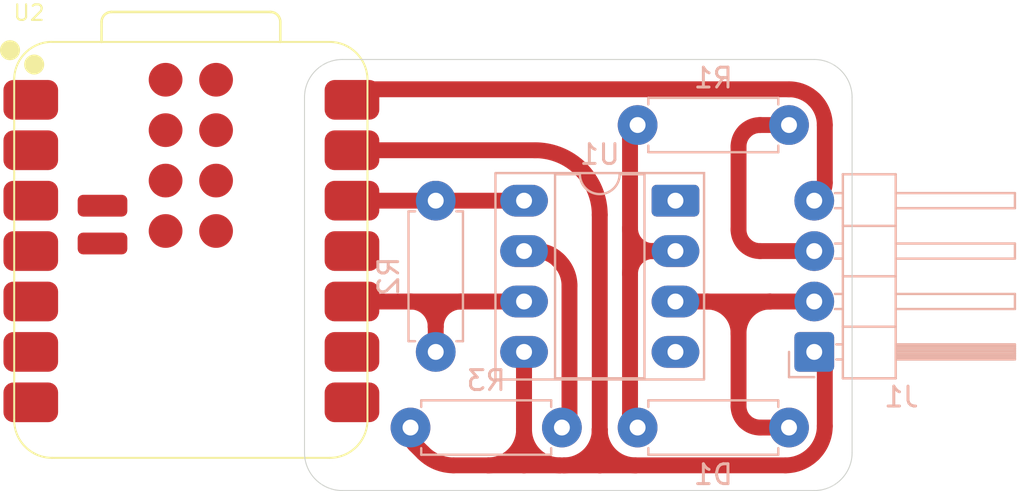
<source format=kicad_pcb>
(kicad_pcb (version 20241229) (generator "pcbnew") (generator_version "9.0")
  (layers (0 "F.Cu" signal) (2 "B.Cu" signal) (13 "F.Paste" user) (15 "B.Paste" user) (5 "F.SilkS" user "F.Silkscreen") (7 "B.SilkS" user "B.Silkscreen") (1 "F.Mask" user) (3 "B.Mask" user) (25 "Edge.Cuts" user))
  (net 0 "")
  (net 1 "Net-(U1-VO1)")
  (net 2 "GND")
  (net 3 "Net-(D1-K)")
  (net 4 "/MIDI-")
  (net 5 "+3.3V")
  (net 6 "/MIDI_PIN")
  (net 14 "+5V")
  (net 30 "/MIDI+")
  (footprint "Seeed Studio XIAO Series Library:XIAO-ESP32S3-SMD" (layer "F.Cu") (at 131.825364 71.073)
    (property "Reference" "U2" (at -9 -11.5 0) (layer "F.SilkS") (effects (font (size 0.78232 0.78232) (thickness 0.10668)) (justify left bottom)))
    (property "Value" "XIAO-ESP32-S3-SMD")
    (fp_line (start -8.896364 8.56) (end -8.896364 -8.585) (stroke (width 0.1)) (layer "F.SilkS"))
    (fp_line (start -6.991364 10.465) (end 6.978636 10.465) (stroke (width 0.1)) (layer "F.SilkS"))
    (fp_line (start -4.501364 -10.49) (end -4.497636 -11.500272) (stroke (width 0.127)) (layer "F.SilkS"))
    (fp_line (start -3.997636 -12) (end 3.997636 -12) (stroke (width 0.127)) (layer "F.SilkS"))
    (fp_line (start 4.497636 -11.5) (end 4.497636 -10.49) (stroke (width 0.127)) (layer "F.SilkS"))
    (fp_line (start 6.978636 -10.49) (end -6.991364 -10.49) (stroke (width 0.1)) (layer "F.SilkS"))
    (fp_line (start 8.883636 8.56) (end 8.883636 -8.585) (stroke (width 0.1)) (layer "F.SilkS"))
    (fp_arc (start -8.896364 -8.589) (mid -8.338402 -9.936038) (end -6.991364 -10.494) (stroke (width 0.1)) (layer "F.SilkS"))
    (fp_arc (start -6.991364 10.465) (mid -8.338402 9.907038) (end -8.896364 8.56) (stroke (width 0.1)) (layer "F.SilkS"))
    (fp_arc (start -4.497636 -11.500272) (mid -4.351088 -11.853644) (end -3.997636 -12) (stroke (width 0.127)) (layer "F.SilkS"))
    (fp_arc (start 3.997636 -12) (mid 4.351189 -11.853553) (end 4.497636 -11.5) (stroke (width 0.127)) (layer "F.SilkS"))
    (fp_arc (start 6.978636 -10.49) (mid 8.325674 -9.932038) (end 8.883636 -8.585) (stroke (width 0.1)) (layer "F.SilkS"))
    (fp_arc (start 8.883636 8.56) (mid 8.325674 9.907038) (end 6.978636 10.465) (stroke (width 0.1)) (layer "F.SilkS"))
    (fp_circle (center -9.106364 -10.074) (end -9.106364 -10.328) (stroke (width 0.5)) (fill yes) (layer "F.SilkS"))
    (fp_circle (center -7.889364 -9.351) (end -7.889364 -9.605) (stroke (width 0.5)) (fill yes) (layer "F.SilkS"))
    (pad "1" smd roundrect (at -8.061364 -7.573) (size 2.75 2) (layers "F.Cu" "F.Mask" "F.Paste"))
    (pad "2" smd roundrect (at -8.061364 -5.033) (size 2.75 2) (layers "F.Cu" "F.Mask" "F.Paste"))
    (pad "3" smd roundrect (at -8.061364 -2.493) (size 2.75 2) (layers "F.Cu" "F.Mask" "F.Paste"))
    (pad "4" smd roundrect (at -8.061364 0.047) (size 2.75 2) (layers "F.Cu" "F.Mask" "F.Paste"))
    (pad "5" smd roundrect (at -8.061364 2.587) (size 2.75 2) (layers "F.Cu" "F.Mask" "F.Paste"))
    (pad "6" smd roundrect (at -8.061364 5.127) (size 2.75 2) (layers "F.Cu" "F.Mask" "F.Paste"))
    (pad "7" smd roundrect (at -8.061364 7.667) (size 2.75 2) (layers "F.Cu" "F.Mask" "F.Paste"))
    (pad "8" smd roundrect (at 8.103636 7.667) (size 2.75 2) (layers "F.Cu" "F.Mask" "F.Paste"))
    (pad "9" smd roundrect (at 8.103636 5.127) (size 2.75 2) (layers "F.Cu" "F.Mask" "F.Paste"))
    (pad "10" smd roundrect (at 8.103636 2.587) (size 2.75 2) (layers "F.Cu" "F.Mask" "F.Paste") (net 6 "/MIDI_PIN"))
    (pad "11" smd roundrect (at 8.103636 0.047) (size 2.75 2) (layers "F.Cu" "F.Mask" "F.Paste"))
    (pad "12" smd roundrect (at 8.103636 -2.493) (size 2.75 2) (layers "F.Cu" "F.Mask" "F.Paste") (net 5 "+3.3V"))
    (pad "13" smd roundrect (at 8.103636 -5.033) (size 2.75 2) (layers "F.Cu" "F.Mask" "F.Paste") (net 2 "GND"))
    (pad "14" smd roundrect (at 8.103636 -7.573) (size 2.75 2) (layers "F.Cu" "F.Mask" "F.Paste") (net 14 "+5V"))
    (pad "15" smd roundrect (at -4.451364 -0.335 180) (size 2.5 1.1) (layers "F.Cu" "F.Mask" "F.Paste"))
    (pad "16" smd roundrect (at -4.451364 -2.24 180) (size 2.5 1.1) (layers "F.Cu" "F.Mask" "F.Paste"))
    (pad "17" smd circle (at -1.276364 -8.585) (size 1.7 1.7) (layers "F.Cu" "F.Mask" "F.Paste"))
    (pad "18" smd circle (at 1.263636 -8.585) (size 1.7 1.7) (layers "F.Cu" "F.Mask" "F.Paste"))
    (pad "19" smd circle (at -1.276364 -6.045) (size 1.7 1.7) (layers "F.Cu" "F.Mask" "F.Paste"))
    (pad "20" smd circle (at 1.263636 -6.045) (size 1.7 1.7) (layers "F.Cu" "F.Mask" "F.Paste"))
    (pad "21" smd circle (at -1.276364 -3.505) (size 1.7 1.7) (layers "F.Cu" "F.Mask" "F.Paste"))
    (pad "22" smd circle (at 1.263636 -3.505) (size 1.7 1.7) (layers "F.Cu" "F.Mask" "F.Paste"))
    (pad "23" smd circle (at -1.276364 -0.965) (size 1.7 1.7) (layers "F.Cu" "F.Mask" "F.Paste"))
    (pad "24" smd circle (at 1.263636 -0.965) (size 1.7 1.7) (layers "F.Cu" "F.Mask" "F.Paste"))
  )
  (footprint "Resistor_THT:R_Axial_DIN0207_L6.3mm_D2.5mm_P7.62mm_Horizontal" (layer "B.Cu") (at 144.145 68.58 -90)
    (property "Reference" "R2" (at 3.81 2.37 90) (layer "B.SilkS") (effects (justify mirror)))
    (property "Value" "220")
    (fp_line (start 0.54 1.37) (end 7.08 1.37) (stroke (width 0.12)) (layer "B.SilkS"))
    (fp_line (start 7.08 1.37) (end 7.08 1.04) (stroke (width 0.12)) (layer "B.SilkS"))
    (fp_line (start 0.54 1.04) (end 0.54 1.37) (stroke (width 0.12)) (layer "B.SilkS"))
    (fp_line (start 0.54 -1.04) (end 0.54 -1.37) (stroke (width 0.12)) (layer "B.SilkS"))
    (fp_line (start 0.54 -1.37) (end 7.08 -1.37) (stroke (width 0.12)) (layer "B.SilkS"))
    (fp_line (start 7.08 -1.37) (end 7.08 -1.04) (stroke (width 0.12)) (layer "B.SilkS"))
    (pad "1" thru_hole circle (at 0 0 270) (size 2 2) (drill 0.8) (layers "*.Cu" "*.Mask") (net 5 "+3.3V"))
    (pad "2" thru_hole circle (at 7.62 0 270) (size 2 2) (drill 0.8) (layers "*.Cu" "*.Mask") (net 6 "/MIDI_PIN"))
  )
  (footprint "Connector_PinHeader_2.54mm:PinHeader_1x04_P2.54mm_Horizontal" (layer "B.Cu") (at 163.195 76.2)
    (property "Reference" "J1" (at 4.385 2.27 0) (layer "B.SilkS") (effects (justify mirror)))
    (property "Value" "Conn_01x04")
    (fp_line (start -1.27 0) (end -1.27 1.27) (stroke (width 0.12)) (layer "B.SilkS"))
    (fp_line (start -1.27 1.27) (end 0 1.27) (stroke (width 0.12)) (layer "B.SilkS"))
    (fp_line (start 1.042929 -8) (end 1.44 -8) (stroke (width 0.12)) (layer "B.SilkS"))
    (fp_line (start 1.042929 -7.24) (end 1.44 -7.24) (stroke (width 0.12)) (layer "B.SilkS"))
    (fp_line (start 1.042929 -5.46) (end 1.44 -5.46) (stroke (width 0.12)) (layer "B.SilkS"))
    (fp_line (start 1.042929 -4.7) (end 1.44 -4.7) (stroke (width 0.12)) (layer "B.SilkS"))
    (fp_line (start 1.042929 -2.92) (end 1.44 -2.92) (stroke (width 0.12)) (layer "B.SilkS"))
    (fp_line (start 1.042929 -2.16) (end 1.44 -2.16) (stroke (width 0.12)) (layer "B.SilkS"))
    (fp_line (start 1.11 -0.38) (end 1.44 -0.38) (stroke (width 0.12)) (layer "B.SilkS"))
    (fp_line (start 1.11 0.38) (end 1.44 0.38) (stroke (width 0.12)) (layer "B.SilkS"))
    (fp_line (start 1.44 -8.95) (end 4.1 -8.95) (stroke (width 0.12)) (layer "B.SilkS"))
    (fp_line (start 1.44 -6.35) (end 4.1 -6.35) (stroke (width 0.12)) (layer "B.SilkS"))
    (fp_line (start 1.44 -3.81) (end 4.1 -3.81) (stroke (width 0.12)) (layer "B.SilkS"))
    (fp_line (start 1.44 -1.27) (end 4.1 -1.27) (stroke (width 0.12)) (layer "B.SilkS"))
    (fp_line (start 1.44 1.33) (end 1.44 -8.95) (stroke (width 0.12)) (layer "B.SilkS"))
    (fp_line (start 4.1 -8.95) (end 4.1 1.33) (stroke (width 0.12)) (layer "B.SilkS"))
    (fp_line (start 4.1 -7.24) (end 10.1 -7.24) (stroke (width 0.12)) (layer "B.SilkS"))
    (fp_line (start 4.1 -4.7) (end 10.1 -4.7) (stroke (width 0.12)) (layer "B.SilkS"))
    (fp_line (start 4.1 -2.16) (end 10.1 -2.16) (stroke (width 0.12)) (layer "B.SilkS"))
    (fp_line (start 4.1 -0.28) (end 10.1 -0.28) (stroke (width 0.12)) (layer "B.SilkS"))
    (fp_line (start 4.1 -0.16) (end 10.1 -0.16) (stroke (width 0.12)) (layer "B.SilkS"))
    (fp_line (start 4.1 -0.04) (end 10.1 -0.04) (stroke (width 0.12)) (layer "B.SilkS"))
    (fp_line (start 4.1 0.08) (end 10.1 0.08) (stroke (width 0.12)) (layer "B.SilkS"))
    (fp_line (start 4.1 0.2) (end 10.1 0.2) (stroke (width 0.12)) (layer "B.SilkS"))
    (fp_line (start 4.1 0.32) (end 10.1 0.32) (stroke (width 0.12)) (layer "B.SilkS"))
    (fp_line (start 4.1 0.38) (end 10.1 0.38) (stroke (width 0.12)) (layer "B.SilkS"))
    (fp_line (start 4.1 1.33) (end 1.44 1.33) (stroke (width 0.12)) (layer "B.SilkS"))
    (fp_line (start 10.1 -8) (end 4.1 -8) (stroke (width 0.12)) (layer "B.SilkS"))
    (fp_line (start 10.1 -7.24) (end 10.1 -8) (stroke (width 0.12)) (layer "B.SilkS"))
    (fp_line (start 10.1 -5.46) (end 4.1 -5.46) (stroke (width 0.12)) (layer "B.SilkS"))
    (fp_line (start 10.1 -4.7) (end 10.1 -5.46) (stroke (width 0.12)) (layer "B.SilkS"))
    (fp_line (start 10.1 -2.92) (end 4.1 -2.92) (stroke (width 0.12)) (layer "B.SilkS"))
    (fp_line (start 10.1 -2.16) (end 10.1 -2.92) (stroke (width 0.12)) (layer "B.SilkS"))
    (fp_line (start 10.1 -0.38) (end 4.1 -0.38) (stroke (width 0.12)) (layer "B.SilkS"))
    (fp_line (start 10.1 0.38) (end 10.1 -0.38) (stroke (width 0.12)) (layer "B.SilkS"))
    (pad "1" thru_hole roundrect (at 0 0) (size 2 2) (drill 0.8) (layers "*.Cu" "*.Mask") (roundrect_rratio 0.125) (net 2 "GND"))
    (pad "2" thru_hole circle (at 0 -2.54) (size 2 2) (drill 0.8) (layers "*.Cu" "*.Mask") (net 4 "/MIDI-"))
    (pad "3" thru_hole circle (at 0 -5.08) (size 2 2) (drill 0.8) (layers "*.Cu" "*.Mask") (net 30 "/MIDI+"))
    (pad "4" thru_hole circle (at 0 -7.62) (size 2 2) (drill 0.8) (layers "*.Cu" "*.Mask") (net 14 "+5V"))
  )
  (footprint "Resistor_THT:R_Axial_DIN0207_L6.3mm_D2.5mm_P7.62mm_Horizontal" (layer "B.Cu") (at 161.925 64.77 180)
    (property "Reference" "R1" (at 3.81 2.37 0) (layer "B.SilkS") (effects (justify mirror)))
    (property "Value" "220")
    (fp_line (start 7.08 1.37) (end 7.08 1.04) (stroke (width 0.12)) (layer "B.SilkS"))
    (fp_line (start 7.08 -1.37) (end 7.08 -1.04) (stroke (width 0.12)) (layer "B.SilkS"))
    (fp_line (start 0.54 1.37) (end 7.08 1.37) (stroke (width 0.12)) (layer "B.SilkS"))
    (fp_line (start 0.54 1.04) (end 0.54 1.37) (stroke (width 0.12)) (layer "B.SilkS"))
    (fp_line (start 0.54 -1.04) (end 0.54 -1.37) (stroke (width 0.12)) (layer "B.SilkS"))
    (fp_line (start 0.54 -1.37) (end 7.08 -1.37) (stroke (width 0.12)) (layer "B.SilkS"))
    (pad "1" thru_hole circle (at 0 0 180) (size 2 2) (drill 0.8) (layers "*.Cu" "*.Mask") (net 30 "/MIDI+"))
    (pad "2" thru_hole circle (at 7.62 0 180) (size 2 2) (drill 0.8) (layers "*.Cu" "*.Mask") (net 3 "Net-(D1-K)"))
  )
  (footprint "Resistor_THT:R_Axial_DIN0207_L6.3mm_D2.5mm_P7.62mm_Horizontal" (layer "B.Cu") (at 154.305 80.01)
    (property "Reference" "D1" (at 3.81 2.37 0) (layer "B.SilkS") (effects (justify mirror)))
    (property "Value" "D")
    (fp_line (start 0.54 -1.37) (end 7.08 -1.37) (stroke (width 0.12)) (layer "B.SilkS"))
    (fp_line (start 0.54 -1.04) (end 0.54 -1.37) (stroke (width 0.12)) (layer "B.SilkS"))
    (fp_line (start 0.54 1.04) (end 0.54 1.37) (stroke (width 0.12)) (layer "B.SilkS"))
    (fp_line (start 0.54 1.37) (end 7.08 1.37) (stroke (width 0.12)) (layer "B.SilkS"))
    (fp_line (start 7.08 -1.37) (end 7.08 -1.04) (stroke (width 0.12)) (layer "B.SilkS"))
    (fp_line (start 7.08 1.37) (end 7.08 1.04) (stroke (width 0.12)) (layer "B.SilkS"))
    (pad "1" thru_hole circle (at 0 0) (size 2 2) (drill 0.8) (layers "*.Cu" "*.Mask") (net 3 "Net-(D1-K)"))
    (pad "2" thru_hole circle (at 7.62 0) (size 2 2) (drill 0.8) (layers "*.Cu" "*.Mask") (net 4 "/MIDI-"))
  )
  (footprint "Resistor_THT:R_Axial_DIN0207_L6.3mm_D2.5mm_P7.62mm_Horizontal" (layer "B.Cu") (at 150.495 80.01 180)
    (property "Reference" "R3" (at 3.81 2.37 0) (layer "B.SilkS") (effects (justify mirror)))
    (property "Value" "4.7K")
    (fp_line (start 7.08 1.37) (end 7.08 1.04) (stroke (width 0.12)) (layer "B.SilkS"))
    (fp_line (start 7.08 -1.37) (end 7.08 -1.04) (stroke (width 0.12)) (layer "B.SilkS"))
    (fp_line (start 0.54 1.37) (end 7.08 1.37) (stroke (width 0.12)) (layer "B.SilkS"))
    (fp_line (start 0.54 1.04) (end 0.54 1.37) (stroke (width 0.12)) (layer "B.SilkS"))
    (fp_line (start 0.54 -1.04) (end 0.54 -1.37) (stroke (width 0.12)) (layer "B.SilkS"))
    (fp_line (start 0.54 -1.37) (end 7.08 -1.37) (stroke (width 0.12)) (layer "B.SilkS"))
    (pad "1" thru_hole circle (at 0 0 180) (size 2 2) (drill 0.8) (layers "*.Cu" "*.Mask") (net 1 "Net-(U1-VO1)"))
    (pad "2" thru_hole circle (at 7.62 0 180) (size 2 2) (drill 0.8) (layers "*.Cu" "*.Mask") (net 2 "GND"))
  )
  (footprint "Package_DIP:DIP-8_W7.62mm_Socket_LongPads" (layer "B.Cu") (at 156.21 68.58 180)
    (property "Reference" "U1" (at 3.81 2.33 0) (layer "B.SilkS") (effects (justify mirror)))
    (property "Value" "6N138")
    (fp_line (start 6.06 1.33) (end 4.81 1.33) (stroke (width 0.12)) (layer "B.SilkS"))
    (fp_line (start 6.06 -8.95) (end 6.06 1.33) (stroke (width 0.12)) (layer "B.SilkS"))
    (fp_line (start 2.81 1.33) (end 1.56 1.33) (stroke (width 0.12)) (layer "B.SilkS"))
    (fp_line (start 1.56 1.33) (end 1.56 -8.95) (stroke (width 0.12)) (layer "B.SilkS"))
    (fp_line (start 1.56 -8.95) (end 6.06 -8.95) (stroke (width 0.12)) (layer "B.SilkS"))
    (fp_rect (start -1.44 1.39) (end 9.06 -9.01) (stroke (width 0.12)) (fill no) (layer "B.SilkS"))
    (fp_arc (start 2.81 1.33) (mid 3.81 0.33) (end 4.81 1.33) (stroke (width 0.12)) (layer "B.SilkS"))
    (pad "1" thru_hole roundrect (at 0 0 180) (size 2.4 1.6) (drill 0.8) (layers "*.Cu" "*.Mask") (roundrect_rratio 0.15625))
    (pad "2" thru_hole oval (at 0 -2.54 180) (size 2.4 1.6) (drill 0.8) (layers "*.Cu" "*.Mask") (net 3 "Net-(D1-K)"))
    (pad "3" thru_hole oval (at 0 -5.08 180) (size 2.4 1.6) (drill 0.8) (layers "*.Cu" "*.Mask") (net 4 "/MIDI-"))
    (pad "4" thru_hole oval (at 0 -7.62 180) (size 2.4 1.6) (drill 0.8) (layers "*.Cu" "*.Mask"))
    (pad "5" thru_hole oval (at 7.62 -7.62 180) (size 2.4 1.6) (drill 0.8) (layers "*.Cu" "*.Mask") (net 2 "GND"))
    (pad "6" thru_hole oval (at 7.62 -5.08 180) (size 2.4 1.6) (drill 0.8) (layers "*.Cu" "*.Mask") (net 6 "/MIDI_PIN"))
    (pad "7" thru_hole oval (at 7.62 -2.54 180) (size 2.4 1.6) (drill 0.8) (layers "*.Cu" "*.Mask") (net 1 "Net-(U1-VO1)"))
    (pad "8" thru_hole oval (at 7.62 0 180) (size 2.4 1.6) (drill 0.8) (layers "*.Cu" "*.Mask") (net 5 "+3.3V"))
  )
  (gr_arc (start 165.1 81.28) (mid 164.542038 82.627038) (end 163.195 83.185) (stroke (width 0.05)) (layer "Edge.Cuts"))
  (gr_line (start 139.446 61.468) (end 163.195 61.468) (stroke (width 0.05)) (layer "Edge.Cuts"))
  (gr_arc (start 139.446 83.185) (mid 138.098962 82.627038) (end 137.541 81.28) (stroke (width 0.05)) (layer "Edge.Cuts"))
  (gr_line (start 137.541 81.28) (end 137.541 63.373) (stroke (width 0.05)) (layer "Edge.Cuts"))
  (gr_arc (start 137.541 63.373) (mid 138.098962 62.025962) (end 139.446 61.468) (stroke (width 0.05)) (layer "Edge.Cuts"))
  (gr_arc (start 163.195 61.468) (mid 164.542038 62.025962) (end 165.1 63.373) (stroke (width 0.05)) (layer "Edge.Cuts"))
  (gr_line (start 163.195 83.185) (end 139.446 83.185) (stroke (width 0.05)) (layer "Edge.Cuts"))
  (gr_line (start 165.1 63.373) (end 165.1 81.28) (stroke (width 0.05)) (layer "Edge.Cuts"))
  (segment (start 149.225001 71.119996) (end 148.59 71.12) (width 0.8) (layer "F.Cu") (net 1))
  (segment (start 150.309012 71.569009) (end 150.368001 71.627998) (width 0.8) (layer "F.Cu") (net 1))
  (segment (start 149.155 71.12) (end 147.955 71.12) (width 0.8) (layer "F.Cu") (net 1))
  (segment (start 150.685503 79.819501) (end 150.495 80.01) (width 0.8) (layer "F.Cu") (net 1))
  (segment (start 150.876005 79.359592) (end 150.876001 72.854426) (width 0.8) (layer "F.Cu") (net 1))
  (arc (start 150.309012 71.569009) (mid 149.811664 71.236689) (end 149.225001 71.119996) (width 0.8) (layer "F.Cu") (net 1))
  (arc (start 150.368001 71.627998) (mid 150.743976 72.190688) (end 150.876001 72.854426) (width 0.8) (layer "F.Cu") (net 1))
  (arc (start 150.876005 79.359592) (mid 150.826495 79.608493) (end 150.685503 79.819501) (width 0.8) (layer "F.Cu") (net 1))
  (segment (start 148.59 81.915) (end 146.790001 81.915) (width 0.8) (layer "F.Cu") (net 2))
  (segment (start 163.726 79.936461) (end 163.726 77.106473) (width 0.8) (layer "F.Cu") (net 2))
  (segment (start 150.600001 81.915) (end 150.389998 81.915) (width 0.8) (layer "F.Cu") (net 2))
  (segment (start 145.043025 81.915) (end 146.790001 81.915) (width 0.8) (layer "F.Cu") (net 2))
  (segment (start 163.4605 76.4655) (end 163.195 76.2) (width 0.8) (layer "F.Cu") (net 2))
  (segment (start 142.875 80.3275) (end 142.875 80.01) (width 0.8) (layer "F.Cu") (net 2))
  (segment (start 148.59 76.2) (end 148.59 81.915) (width 0.8) (layer "F.Cu") (net 2))
  (segment (start 152.4 81.915) (end 150.600001 81.915) (width 0.8) (layer "F.Cu") (net 2))
  (segment (start 150.389998 81.915) (end 148.59 81.915) (width 0.8) (layer "F.Cu") (net 2))
  (segment (start 154.199998 81.915) (end 152.4 81.915) (width 0.8) (layer "F.Cu") (net 2))
  (segment (start 161.747461 81.915) (end 154.199998 81.915) (width 0.8) (layer "F.Cu") (net 2))
  (segment (start 152.4 80.115001) (end 152.4 69.292038) (width 0.8) (layer "F.Cu") (net 2))
  (segment (start 152.4 80.115001) (end 152.4 81.915) (width 0.8) (layer "F.Cu") (net 2))
  (segment (start 149.147961 66.04) (end 139.929 66.04) (width 0.8) (layer "F.Cu") (net 2))
  (segment (start 148.59 80.115001) (end 148.59 76.2) (width 0.8) (layer "F.Cu") (net 2))
  (segment (start 143.51 81.28) (end 143.099506 80.869506) (width 0.8) (layer "F.Cu") (net 2))
  (arc (start 163.726 79.936461) (mid 163.575392 80.693615) (end 163.146499 81.335499) (width 0.8) (layer "F.Cu") (net 2))
  (arc (start 163.146499 81.335499) (mid 162.504615 81.764392) (end 161.747461 81.915) (width 0.8) (layer "F.Cu") (net 2))
  (arc (start 151.4475 66.9925) (mid 152.152453 68.047537) (end 152.4 69.292038) (width 0.8) (layer "F.Cu") (net 2))
  (arc (start 143.51 81.28) (mid 144.213357 81.749968) (end 145.043025 81.915) (width 0.8) (layer "F.Cu") (net 2))
  (arc (start 150.600001 81.915) (mid 151.872792 81.387792) (end 152.4 80.115001) (width 0.8) (layer "F.Cu") (net 2))
  (arc (start 163.4605 76.4655) (mid 163.656998 76.759581) (end 163.726 77.106473) (width 0.8) (layer "F.Cu") (net 2))
  (arc (start 152.4 80.115001) (mid 152.927207 81.387792) (end 154.199998 81.915) (width 0.8) (layer "F.Cu") (net 2))
  (arc (start 148.59 80.115001) (mid 149.117207 81.387792) (end 150.389998 81.915) (width 0.8) (layer "F.Cu") (net 2))
  (arc (start 151.4475 66.9925) (mid 150.392462 66.287546) (end 149.147961 66.04) (width 0.8) (layer "F.Cu") (net 2))
  (arc (start 142.875 80.3275) (mid 142.933347 80.620831) (end 143.099506 80.869506) (width 0.8) (layer "F.Cu") (net 2))
  (arc (start 146.790001 81.915) (mid 148.062792 81.387792) (end 148.59 80.115001) (width 0.8) (layer "F.Cu") (net 2))
  (segment (start 154.1145 64.9605) (end 154.305 64.77) (width 0.8) (layer "F.Cu") (net 3))
  (segment (start 153.924001 72.262999) (end 153.924001 69.977) (width 0.8) (layer "F.Cu") (net 3))
  (segment (start 153.924001 72.262999) (end 153.924001 79.359594) (width 0.8) (layer "F.Cu") (net 3))
  (segment (start 155.067 71.12) (end 156.21 71.12) (width 0.8) (layer "F.Cu") (net 3))
  (segment (start 153.924001 65.420407) (end 153.924001 69.977) (width 0.8) (layer "F.Cu") (net 3))
  (arc (start 154.114495 79.819498) (mid 154.114496 79.819498) (end 154.1145 79.8195) (width 0.8) (layer "F.Cu") (net 3))
  (arc (start 155.067 71.12) (mid 154.258777 71.454776) (end 153.924001 72.262999) (width 0.8) (layer "F.Cu") (net 3))
  (arc (start 154.1145 64.9605) (mid 153.97351 65.171507) (end 153.924001 65.420407) (width 0.8) (layer "F.Cu") (net 3))
  (arc (start 154.1145 79.8195) (mid 153.97351 79.608493) (end 153.924001 79.359594) (width 0.8) (layer "F.Cu") (net 3))
  (arc (start 154.114495 79.819498) (mid 154.114498 79.819499) (end 154.1145 79.8195) (width 0.8) (layer "F.Cu") (net 3))
  (arc (start 153.924001 79.359594) (mid 153.973508 79.608492) (end 154.114495 79.819498) (width 0.8) (layer "F.Cu") (net 3))
  (arc (start 153.924001 69.977) (mid 154.258777 70.785223) (end 155.067 71.12) (width 0.8) (layer "F.Cu") (net 3))
  (segment (start 159.385 75.2475) (end 159.385 78.925987) (width 0.8) (layer "F.Cu") (net 4))
  (segment (start 157.7975 73.66) (end 156.21 73.66) (width 0.8) (layer "F.Cu") (net 4))
  (segment (start 157.7975 73.66) (end 160.9725 73.66) (width 0.8) (layer "F.Cu") (net 4))
  (segment (start 160.469012 80.01) (end 161.925 80.01) (width 0.8) (layer "F.Cu") (net 4))
  (segment (start 160.9725 73.66) (end 163.195 73.66) (width 0.8) (layer "F.Cu") (net 4))
  (arc (start 159.385 75.2475) (mid 158.920032 74.124967) (end 157.7975 73.66) (width 0.8) (layer "F.Cu") (net 4))
  (arc (start 159.7025 79.6925) (mid 160.054178 79.927484) (end 160.469012 80.01) (width 0.8) (layer "F.Cu") (net 4))
  (arc (start 159.385 78.925987) (mid 159.467515 79.34082) (end 159.7025 79.6925) (width 0.8) (layer "F.Cu") (net 4))
  (arc (start 160.9725 73.66) (mid 159.849967 74.124967) (end 159.385 75.2475) (width 0.8) (layer "F.Cu") (net 4))
  (segment (start 139.929 68.58) (end 147.955 68.58) (width 0.8) (layer "F.Cu") (net 5))
  (segment (start 142.874998 73.66) (end 139.929 73.66) (width 0.8) (layer "F.Cu") (net 6))
  (segment (start 145.414999 73.66) (end 147.955 73.66) (width 0.8) (layer "F.Cu") (net 6))
  (segment (start 144.144999 74.93) (end 144.145 76.2) (width 0.8) (layer "F.Cu") (net 6))
  (segment (start 142.874998 73.66) (end 145.414999 73.66) (width 0.8) (layer "F.Cu") (net 6))
  (arc (start 145.414999 73.66) (mid 144.516973 74.031974) (end 144.144999 74.93) (width 0.8) (layer "F.Cu") (net 6))
  (arc (start 144.144999 74.93) (mid 143.773024 74.031974) (end 142.874998 73.66) (width 0.8) (layer "F.Cu") (net 6))
  (segment (start 161.925 62.969) (end 140.835473 62.969) (width 0.8) (layer "F.Cu") (net 14))
  (segment (start 163.726 67.673526) (end 163.726 64.769999) (width 0.8) (layer "F.Cu") (net 14))
  (segment (start 163.4605 68.3145) (end 163.195 68.58) (width 0.8) (layer "F.Cu") (net 14))
  (segment (start 140.1945 63.2345) (end 139.929 63.5) (width 0.8) (layer "F.Cu") (net 14))
  (arc (start 163.198499 63.4965) (mid 163.588906 64.080786) (end 163.726 64.769999) (width 0.8) (layer "F.Cu") (net 14))
  (arc (start 140.835473 62.969) (mid 140.488581 63.038001) (end 140.1945 63.2345) (width 0.8) (layer "F.Cu") (net 14))
  (arc (start 163.198499 63.4965) (mid 162.614212 63.106092) (end 161.925 62.969) (width 0.8) (layer "F.Cu") (net 14))
  (arc (start 163.726 67.673526) (mid 163.656998 68.020418) (end 163.4605 68.3145) (width 0.8) (layer "F.Cu") (net 14))
  (segment (start 160.469012 71.12) (end 163.195 71.12) (width 0.8) (layer "F.Cu") (net 30))
  (segment (start 160.469012 64.77) (end 161.925 64.77) (width 0.8) (layer "F.Cu") (net 30))
  (segment (start 159.385 65.854012) (end 159.385 70.035987) (width 0.8) (layer "F.Cu") (net 30))
  (arc (start 159.385 70.035987) (mid 159.467515 70.45082) (end 159.7025 70.8025) (width 0.8) (layer "F.Cu") (net 30))
  (arc (start 159.7025 70.8025) (mid 160.054178 71.037484) (end 160.469012 71.12) (width 0.8) (layer "F.Cu") (net 30))
  (arc (start 159.7025 65.0875) (mid 159.467515 65.439178) (end 159.385 65.854012) (width 0.8) (layer "F.Cu") (net 30))
  (arc (start 160.469012 64.77) (mid 160.054178 64.852515) (end 159.7025 65.0875) (width 0.8) (layer "F.Cu") (net 30))
)
</source>
